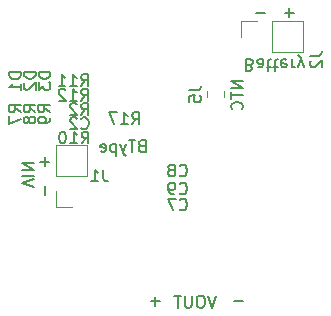
<source format=gbr>
%TF.GenerationSoftware,KiCad,Pcbnew,(5.1.6)-1*%
%TF.CreationDate,2020-10-01T20:51:16-05:00*%
%TF.ProjectId,USB_MP2637,5553425f-4d50-4323-9633-372e6b696361,rev?*%
%TF.SameCoordinates,Original*%
%TF.FileFunction,Legend,Bot*%
%TF.FilePolarity,Positive*%
%FSLAX46Y46*%
G04 Gerber Fmt 4.6, Leading zero omitted, Abs format (unit mm)*
G04 Created by KiCad (PCBNEW (5.1.6)-1) date 2020-10-01 20:51:16*
%MOMM*%
%LPD*%
G01*
G04 APERTURE LIST*
%ADD10C,0.150000*%
%ADD11C,0.120000*%
G04 APERTURE END LIST*
D10*
X120402380Y-127108333D02*
X119402380Y-127108333D01*
X120402380Y-127679761D01*
X119402380Y-127679761D01*
X119402380Y-128013095D02*
X119402380Y-128584523D01*
X120402380Y-128298809D02*
X119402380Y-128298809D01*
X120307142Y-129489285D02*
X120354761Y-129441666D01*
X120402380Y-129298809D01*
X120402380Y-129203571D01*
X120354761Y-129060714D01*
X120259523Y-128965476D01*
X120164285Y-128917857D01*
X119973809Y-128870238D01*
X119830952Y-128870238D01*
X119640476Y-128917857D01*
X119545238Y-128965476D01*
X119450000Y-129060714D01*
X119402380Y-129203571D01*
X119402380Y-129298809D01*
X119450000Y-129441666D01*
X119497619Y-129489285D01*
X111821428Y-132578571D02*
X111678571Y-132626190D01*
X111630952Y-132673809D01*
X111583333Y-132769047D01*
X111583333Y-132911904D01*
X111630952Y-133007142D01*
X111678571Y-133054761D01*
X111773809Y-133102380D01*
X112154761Y-133102380D01*
X112154761Y-132102380D01*
X111821428Y-132102380D01*
X111726190Y-132150000D01*
X111678571Y-132197619D01*
X111630952Y-132292857D01*
X111630952Y-132388095D01*
X111678571Y-132483333D01*
X111726190Y-132530952D01*
X111821428Y-132578571D01*
X112154761Y-132578571D01*
X111297619Y-132102380D02*
X110726190Y-132102380D01*
X111011904Y-133102380D02*
X111011904Y-132102380D01*
X110488095Y-132435714D02*
X110250000Y-133102380D01*
X110011904Y-132435714D02*
X110250000Y-133102380D01*
X110345238Y-133340476D01*
X110392857Y-133388095D01*
X110488095Y-133435714D01*
X109630952Y-132435714D02*
X109630952Y-133435714D01*
X109630952Y-132483333D02*
X109535714Y-132435714D01*
X109345238Y-132435714D01*
X109250000Y-132483333D01*
X109202380Y-132530952D01*
X109154761Y-132626190D01*
X109154761Y-132911904D01*
X109202380Y-133007142D01*
X109250000Y-133054761D01*
X109345238Y-133102380D01*
X109535714Y-133102380D01*
X109630952Y-133054761D01*
X108345238Y-133054761D02*
X108440476Y-133102380D01*
X108630952Y-133102380D01*
X108726190Y-133054761D01*
X108773809Y-132959523D01*
X108773809Y-132578571D01*
X108726190Y-132483333D01*
X108630952Y-132435714D01*
X108440476Y-132435714D01*
X108345238Y-132483333D01*
X108297619Y-132578571D01*
X108297619Y-132673809D01*
X108773809Y-132769047D01*
X119619047Y-145678571D02*
X120380952Y-145678571D01*
X112971428Y-145369047D02*
X112971428Y-146130952D01*
X113352380Y-145750000D02*
X112590476Y-145750000D01*
X118111904Y-145277380D02*
X117778571Y-146277380D01*
X117445238Y-145277380D01*
X116921428Y-145277380D02*
X116730952Y-145277380D01*
X116635714Y-145325000D01*
X116540476Y-145420238D01*
X116492857Y-145610714D01*
X116492857Y-145944047D01*
X116540476Y-146134523D01*
X116635714Y-146229761D01*
X116730952Y-146277380D01*
X116921428Y-146277380D01*
X117016666Y-146229761D01*
X117111904Y-146134523D01*
X117159523Y-145944047D01*
X117159523Y-145610714D01*
X117111904Y-145420238D01*
X117016666Y-145325000D01*
X116921428Y-145277380D01*
X116064285Y-145277380D02*
X116064285Y-146086904D01*
X116016666Y-146182142D01*
X115969047Y-146229761D01*
X115873809Y-146277380D01*
X115683333Y-146277380D01*
X115588095Y-146229761D01*
X115540476Y-146182142D01*
X115492857Y-146086904D01*
X115492857Y-145277380D01*
X115159523Y-145277380D02*
X114588095Y-145277380D01*
X114873809Y-146277380D02*
X114873809Y-145277380D01*
X102672619Y-136095238D02*
X101672619Y-135761904D01*
X102672619Y-135428571D01*
X101672619Y-135095238D02*
X102672619Y-135095238D01*
X101672619Y-134619047D02*
X102672619Y-134619047D01*
X101672619Y-134047619D01*
X102672619Y-134047619D01*
X122230952Y-121371428D02*
X121469047Y-121371428D01*
X124328571Y-121680952D02*
X124328571Y-120919047D01*
X123947619Y-121300000D02*
X124709523Y-121300000D01*
X120978571Y-125771428D02*
X121121428Y-125723809D01*
X121169047Y-125676190D01*
X121216666Y-125580952D01*
X121216666Y-125438095D01*
X121169047Y-125342857D01*
X121121428Y-125295238D01*
X121026190Y-125247619D01*
X120645238Y-125247619D01*
X120645238Y-126247619D01*
X120978571Y-126247619D01*
X121073809Y-126200000D01*
X121121428Y-126152380D01*
X121169047Y-126057142D01*
X121169047Y-125961904D01*
X121121428Y-125866666D01*
X121073809Y-125819047D01*
X120978571Y-125771428D01*
X120645238Y-125771428D01*
X122073809Y-125247619D02*
X122073809Y-125771428D01*
X122026190Y-125866666D01*
X121930952Y-125914285D01*
X121740476Y-125914285D01*
X121645238Y-125866666D01*
X122073809Y-125295238D02*
X121978571Y-125247619D01*
X121740476Y-125247619D01*
X121645238Y-125295238D01*
X121597619Y-125390476D01*
X121597619Y-125485714D01*
X121645238Y-125580952D01*
X121740476Y-125628571D01*
X121978571Y-125628571D01*
X122073809Y-125676190D01*
X122407142Y-125914285D02*
X122788095Y-125914285D01*
X122550000Y-126247619D02*
X122550000Y-125390476D01*
X122597619Y-125295238D01*
X122692857Y-125247619D01*
X122788095Y-125247619D01*
X122978571Y-125914285D02*
X123359523Y-125914285D01*
X123121428Y-126247619D02*
X123121428Y-125390476D01*
X123169047Y-125295238D01*
X123264285Y-125247619D01*
X123359523Y-125247619D01*
X124073809Y-125295238D02*
X123978571Y-125247619D01*
X123788095Y-125247619D01*
X123692857Y-125295238D01*
X123645238Y-125390476D01*
X123645238Y-125771428D01*
X123692857Y-125866666D01*
X123788095Y-125914285D01*
X123978571Y-125914285D01*
X124073809Y-125866666D01*
X124121428Y-125771428D01*
X124121428Y-125676190D01*
X123645238Y-125580952D01*
X124550000Y-125247619D02*
X124550000Y-125914285D01*
X124550000Y-125723809D02*
X124597619Y-125819047D01*
X124645238Y-125866666D01*
X124740476Y-125914285D01*
X124835714Y-125914285D01*
X125073809Y-125914285D02*
X125311904Y-125247619D01*
X125550000Y-125914285D02*
X125311904Y-125247619D01*
X125216666Y-125009523D01*
X125169047Y-124961904D01*
X125073809Y-124914285D01*
X103628571Y-136780952D02*
X103628571Y-136019047D01*
X103244047Y-133928571D02*
X104005952Y-133928571D01*
X103625000Y-133547619D02*
X103625000Y-134309523D01*
D11*
%TO.C,J5*%
X117390000Y-128483578D02*
X117390000Y-127966422D01*
X118810000Y-128483578D02*
X118810000Y-127966422D01*
%TO.C,J2*%
X125470000Y-122020000D02*
X125470000Y-124680000D01*
X122870000Y-122020000D02*
X125470000Y-122020000D01*
X122870000Y-124680000D02*
X125470000Y-124680000D01*
X122870000Y-122020000D02*
X122870000Y-124680000D01*
X121600000Y-122020000D02*
X120270000Y-122020000D01*
X120270000Y-122020000D02*
X120270000Y-123350000D01*
%TO.C,J1*%
X104570000Y-132530000D02*
X107230000Y-132530000D01*
X104570000Y-135130000D02*
X104570000Y-132530000D01*
X107230000Y-135130000D02*
X107230000Y-132530000D01*
X104570000Y-135130000D02*
X107230000Y-135130000D01*
X104570000Y-136400000D02*
X104570000Y-137730000D01*
X104570000Y-137730000D02*
X105900000Y-137730000D01*
%TO.C,J5*%
D10*
X115852380Y-127891666D02*
X116566666Y-127891666D01*
X116709523Y-127844047D01*
X116804761Y-127748809D01*
X116852380Y-127605952D01*
X116852380Y-127510714D01*
X115852380Y-128844047D02*
X115852380Y-128367857D01*
X116328571Y-128320238D01*
X116280952Y-128367857D01*
X116233333Y-128463095D01*
X116233333Y-128701190D01*
X116280952Y-128796428D01*
X116328571Y-128844047D01*
X116423809Y-128891666D01*
X116661904Y-128891666D01*
X116757142Y-128844047D01*
X116804761Y-128796428D01*
X116852380Y-128701190D01*
X116852380Y-128463095D01*
X116804761Y-128367857D01*
X116757142Y-128320238D01*
%TO.C,D3*%
X104102380Y-126311904D02*
X103102380Y-126311904D01*
X103102380Y-126550000D01*
X103150000Y-126692857D01*
X103245238Y-126788095D01*
X103340476Y-126835714D01*
X103530952Y-126883333D01*
X103673809Y-126883333D01*
X103864285Y-126835714D01*
X103959523Y-126788095D01*
X104054761Y-126692857D01*
X104102380Y-126550000D01*
X104102380Y-126311904D01*
X103102380Y-127216666D02*
X103102380Y-127835714D01*
X103483333Y-127502380D01*
X103483333Y-127645238D01*
X103530952Y-127740476D01*
X103578571Y-127788095D01*
X103673809Y-127835714D01*
X103911904Y-127835714D01*
X104007142Y-127788095D01*
X104054761Y-127740476D01*
X104102380Y-127645238D01*
X104102380Y-127359523D01*
X104054761Y-127264285D01*
X104007142Y-127216666D01*
%TO.C,D2*%
X102852380Y-126311904D02*
X101852380Y-126311904D01*
X101852380Y-126550000D01*
X101900000Y-126692857D01*
X101995238Y-126788095D01*
X102090476Y-126835714D01*
X102280952Y-126883333D01*
X102423809Y-126883333D01*
X102614285Y-126835714D01*
X102709523Y-126788095D01*
X102804761Y-126692857D01*
X102852380Y-126550000D01*
X102852380Y-126311904D01*
X101947619Y-127264285D02*
X101900000Y-127311904D01*
X101852380Y-127407142D01*
X101852380Y-127645238D01*
X101900000Y-127740476D01*
X101947619Y-127788095D01*
X102042857Y-127835714D01*
X102138095Y-127835714D01*
X102280952Y-127788095D01*
X102852380Y-127216666D01*
X102852380Y-127835714D01*
%TO.C,D1*%
X101602380Y-126361904D02*
X100602380Y-126361904D01*
X100602380Y-126600000D01*
X100650000Y-126742857D01*
X100745238Y-126838095D01*
X100840476Y-126885714D01*
X101030952Y-126933333D01*
X101173809Y-126933333D01*
X101364285Y-126885714D01*
X101459523Y-126838095D01*
X101554761Y-126742857D01*
X101602380Y-126600000D01*
X101602380Y-126361904D01*
X101602380Y-127885714D02*
X101602380Y-127314285D01*
X101602380Y-127600000D02*
X100602380Y-127600000D01*
X100745238Y-127504761D01*
X100840476Y-127409523D01*
X100888095Y-127314285D01*
%TO.C,R17*%
X111017857Y-130752380D02*
X111351190Y-130276190D01*
X111589285Y-130752380D02*
X111589285Y-129752380D01*
X111208333Y-129752380D01*
X111113095Y-129800000D01*
X111065476Y-129847619D01*
X111017857Y-129942857D01*
X111017857Y-130085714D01*
X111065476Y-130180952D01*
X111113095Y-130228571D01*
X111208333Y-130276190D01*
X111589285Y-130276190D01*
X110065476Y-130752380D02*
X110636904Y-130752380D01*
X110351190Y-130752380D02*
X110351190Y-129752380D01*
X110446428Y-129895238D01*
X110541666Y-129990476D01*
X110636904Y-130038095D01*
X109732142Y-129752380D02*
X109065476Y-129752380D01*
X109494047Y-130752380D01*
%TO.C,J2*%
X126102380Y-124941666D02*
X126816666Y-124941666D01*
X126959523Y-124894047D01*
X127054761Y-124798809D01*
X127102380Y-124655952D01*
X127102380Y-124560714D01*
X126197619Y-125370238D02*
X126150000Y-125417857D01*
X126102380Y-125513095D01*
X126102380Y-125751190D01*
X126150000Y-125846428D01*
X126197619Y-125894047D01*
X126292857Y-125941666D01*
X126388095Y-125941666D01*
X126530952Y-125894047D01*
X127102380Y-125322619D01*
X127102380Y-125941666D01*
%TO.C,C2*%
X106716666Y-131082142D02*
X106764285Y-131129761D01*
X106907142Y-131177380D01*
X107002380Y-131177380D01*
X107145238Y-131129761D01*
X107240476Y-131034523D01*
X107288095Y-130939285D01*
X107335714Y-130748809D01*
X107335714Y-130605952D01*
X107288095Y-130415476D01*
X107240476Y-130320238D01*
X107145238Y-130225000D01*
X107002380Y-130177380D01*
X106907142Y-130177380D01*
X106764285Y-130225000D01*
X106716666Y-130272619D01*
X106335714Y-130272619D02*
X106288095Y-130225000D01*
X106192857Y-130177380D01*
X105954761Y-130177380D01*
X105859523Y-130225000D01*
X105811904Y-130272619D01*
X105764285Y-130367857D01*
X105764285Y-130463095D01*
X105811904Y-130605952D01*
X106383333Y-131177380D01*
X105764285Y-131177380D01*
%TO.C,R12*%
X106692857Y-128752380D02*
X107026190Y-128276190D01*
X107264285Y-128752380D02*
X107264285Y-127752380D01*
X106883333Y-127752380D01*
X106788095Y-127800000D01*
X106740476Y-127847619D01*
X106692857Y-127942857D01*
X106692857Y-128085714D01*
X106740476Y-128180952D01*
X106788095Y-128228571D01*
X106883333Y-128276190D01*
X107264285Y-128276190D01*
X105740476Y-128752380D02*
X106311904Y-128752380D01*
X106026190Y-128752380D02*
X106026190Y-127752380D01*
X106121428Y-127895238D01*
X106216666Y-127990476D01*
X106311904Y-128038095D01*
X105359523Y-127847619D02*
X105311904Y-127800000D01*
X105216666Y-127752380D01*
X104978571Y-127752380D01*
X104883333Y-127800000D01*
X104835714Y-127847619D01*
X104788095Y-127942857D01*
X104788095Y-128038095D01*
X104835714Y-128180952D01*
X105407142Y-128752380D01*
X104788095Y-128752380D01*
%TO.C,R11*%
X106692857Y-127527380D02*
X107026190Y-127051190D01*
X107264285Y-127527380D02*
X107264285Y-126527380D01*
X106883333Y-126527380D01*
X106788095Y-126575000D01*
X106740476Y-126622619D01*
X106692857Y-126717857D01*
X106692857Y-126860714D01*
X106740476Y-126955952D01*
X106788095Y-127003571D01*
X106883333Y-127051190D01*
X107264285Y-127051190D01*
X105740476Y-127527380D02*
X106311904Y-127527380D01*
X106026190Y-127527380D02*
X106026190Y-126527380D01*
X106121428Y-126670238D01*
X106216666Y-126765476D01*
X106311904Y-126813095D01*
X104788095Y-127527380D02*
X105359523Y-127527380D01*
X105073809Y-127527380D02*
X105073809Y-126527380D01*
X105169047Y-126670238D01*
X105264285Y-126765476D01*
X105359523Y-126813095D01*
%TO.C,R10*%
X106742857Y-132377380D02*
X107076190Y-131901190D01*
X107314285Y-132377380D02*
X107314285Y-131377380D01*
X106933333Y-131377380D01*
X106838095Y-131425000D01*
X106790476Y-131472619D01*
X106742857Y-131567857D01*
X106742857Y-131710714D01*
X106790476Y-131805952D01*
X106838095Y-131853571D01*
X106933333Y-131901190D01*
X107314285Y-131901190D01*
X105790476Y-132377380D02*
X106361904Y-132377380D01*
X106076190Y-132377380D02*
X106076190Y-131377380D01*
X106171428Y-131520238D01*
X106266666Y-131615476D01*
X106361904Y-131663095D01*
X105171428Y-131377380D02*
X105076190Y-131377380D01*
X104980952Y-131425000D01*
X104933333Y-131472619D01*
X104885714Y-131567857D01*
X104838095Y-131758333D01*
X104838095Y-131996428D01*
X104885714Y-132186904D01*
X104933333Y-132282142D01*
X104980952Y-132329761D01*
X105076190Y-132377380D01*
X105171428Y-132377380D01*
X105266666Y-132329761D01*
X105314285Y-132282142D01*
X105361904Y-132186904D01*
X105409523Y-131996428D01*
X105409523Y-131758333D01*
X105361904Y-131567857D01*
X105314285Y-131472619D01*
X105266666Y-131425000D01*
X105171428Y-131377380D01*
%TO.C,R9*%
X104077380Y-129733333D02*
X103601190Y-129400000D01*
X104077380Y-129161904D02*
X103077380Y-129161904D01*
X103077380Y-129542857D01*
X103125000Y-129638095D01*
X103172619Y-129685714D01*
X103267857Y-129733333D01*
X103410714Y-129733333D01*
X103505952Y-129685714D01*
X103553571Y-129638095D01*
X103601190Y-129542857D01*
X103601190Y-129161904D01*
X104077380Y-130209523D02*
X104077380Y-130400000D01*
X104029761Y-130495238D01*
X103982142Y-130542857D01*
X103839285Y-130638095D01*
X103648809Y-130685714D01*
X103267857Y-130685714D01*
X103172619Y-130638095D01*
X103125000Y-130590476D01*
X103077380Y-130495238D01*
X103077380Y-130304761D01*
X103125000Y-130209523D01*
X103172619Y-130161904D01*
X103267857Y-130114285D01*
X103505952Y-130114285D01*
X103601190Y-130161904D01*
X103648809Y-130209523D01*
X103696428Y-130304761D01*
X103696428Y-130495238D01*
X103648809Y-130590476D01*
X103601190Y-130638095D01*
X103505952Y-130685714D01*
%TO.C,R8*%
X102827380Y-129733333D02*
X102351190Y-129400000D01*
X102827380Y-129161904D02*
X101827380Y-129161904D01*
X101827380Y-129542857D01*
X101875000Y-129638095D01*
X101922619Y-129685714D01*
X102017857Y-129733333D01*
X102160714Y-129733333D01*
X102255952Y-129685714D01*
X102303571Y-129638095D01*
X102351190Y-129542857D01*
X102351190Y-129161904D01*
X102255952Y-130304761D02*
X102208333Y-130209523D01*
X102160714Y-130161904D01*
X102065476Y-130114285D01*
X102017857Y-130114285D01*
X101922619Y-130161904D01*
X101875000Y-130209523D01*
X101827380Y-130304761D01*
X101827380Y-130495238D01*
X101875000Y-130590476D01*
X101922619Y-130638095D01*
X102017857Y-130685714D01*
X102065476Y-130685714D01*
X102160714Y-130638095D01*
X102208333Y-130590476D01*
X102255952Y-130495238D01*
X102255952Y-130304761D01*
X102303571Y-130209523D01*
X102351190Y-130161904D01*
X102446428Y-130114285D01*
X102636904Y-130114285D01*
X102732142Y-130161904D01*
X102779761Y-130209523D01*
X102827380Y-130304761D01*
X102827380Y-130495238D01*
X102779761Y-130590476D01*
X102732142Y-130638095D01*
X102636904Y-130685714D01*
X102446428Y-130685714D01*
X102351190Y-130638095D01*
X102303571Y-130590476D01*
X102255952Y-130495238D01*
%TO.C,R7*%
X101577380Y-129733333D02*
X101101190Y-129400000D01*
X101577380Y-129161904D02*
X100577380Y-129161904D01*
X100577380Y-129542857D01*
X100625000Y-129638095D01*
X100672619Y-129685714D01*
X100767857Y-129733333D01*
X100910714Y-129733333D01*
X101005952Y-129685714D01*
X101053571Y-129638095D01*
X101101190Y-129542857D01*
X101101190Y-129161904D01*
X100577380Y-130066666D02*
X100577380Y-130733333D01*
X101577380Y-130304761D01*
%TO.C,R2*%
X106716666Y-129977380D02*
X107050000Y-129501190D01*
X107288095Y-129977380D02*
X107288095Y-128977380D01*
X106907142Y-128977380D01*
X106811904Y-129025000D01*
X106764285Y-129072619D01*
X106716666Y-129167857D01*
X106716666Y-129310714D01*
X106764285Y-129405952D01*
X106811904Y-129453571D01*
X106907142Y-129501190D01*
X107288095Y-129501190D01*
X106335714Y-129072619D02*
X106288095Y-129025000D01*
X106192857Y-128977380D01*
X105954761Y-128977380D01*
X105859523Y-129025000D01*
X105811904Y-129072619D01*
X105764285Y-129167857D01*
X105764285Y-129263095D01*
X105811904Y-129405952D01*
X106383333Y-129977380D01*
X105764285Y-129977380D01*
%TO.C,J1*%
X108558333Y-134602380D02*
X108558333Y-135316666D01*
X108605952Y-135459523D01*
X108701190Y-135554761D01*
X108844047Y-135602380D01*
X108939285Y-135602380D01*
X107558333Y-135602380D02*
X108129761Y-135602380D01*
X107844047Y-135602380D02*
X107844047Y-134602380D01*
X107939285Y-134745238D01*
X108034523Y-134840476D01*
X108129761Y-134888095D01*
%TO.C,C9*%
X115041666Y-136607142D02*
X115089285Y-136654761D01*
X115232142Y-136702380D01*
X115327380Y-136702380D01*
X115470238Y-136654761D01*
X115565476Y-136559523D01*
X115613095Y-136464285D01*
X115660714Y-136273809D01*
X115660714Y-136130952D01*
X115613095Y-135940476D01*
X115565476Y-135845238D01*
X115470238Y-135750000D01*
X115327380Y-135702380D01*
X115232142Y-135702380D01*
X115089285Y-135750000D01*
X115041666Y-135797619D01*
X114565476Y-136702380D02*
X114375000Y-136702380D01*
X114279761Y-136654761D01*
X114232142Y-136607142D01*
X114136904Y-136464285D01*
X114089285Y-136273809D01*
X114089285Y-135892857D01*
X114136904Y-135797619D01*
X114184523Y-135750000D01*
X114279761Y-135702380D01*
X114470238Y-135702380D01*
X114565476Y-135750000D01*
X114613095Y-135797619D01*
X114660714Y-135892857D01*
X114660714Y-136130952D01*
X114613095Y-136226190D01*
X114565476Y-136273809D01*
X114470238Y-136321428D01*
X114279761Y-136321428D01*
X114184523Y-136273809D01*
X114136904Y-136226190D01*
X114089285Y-136130952D01*
%TO.C,C8*%
X115041666Y-135082142D02*
X115089285Y-135129761D01*
X115232142Y-135177380D01*
X115327380Y-135177380D01*
X115470238Y-135129761D01*
X115565476Y-135034523D01*
X115613095Y-134939285D01*
X115660714Y-134748809D01*
X115660714Y-134605952D01*
X115613095Y-134415476D01*
X115565476Y-134320238D01*
X115470238Y-134225000D01*
X115327380Y-134177380D01*
X115232142Y-134177380D01*
X115089285Y-134225000D01*
X115041666Y-134272619D01*
X114470238Y-134605952D02*
X114565476Y-134558333D01*
X114613095Y-134510714D01*
X114660714Y-134415476D01*
X114660714Y-134367857D01*
X114613095Y-134272619D01*
X114565476Y-134225000D01*
X114470238Y-134177380D01*
X114279761Y-134177380D01*
X114184523Y-134225000D01*
X114136904Y-134272619D01*
X114089285Y-134367857D01*
X114089285Y-134415476D01*
X114136904Y-134510714D01*
X114184523Y-134558333D01*
X114279761Y-134605952D01*
X114470238Y-134605952D01*
X114565476Y-134653571D01*
X114613095Y-134701190D01*
X114660714Y-134796428D01*
X114660714Y-134986904D01*
X114613095Y-135082142D01*
X114565476Y-135129761D01*
X114470238Y-135177380D01*
X114279761Y-135177380D01*
X114184523Y-135129761D01*
X114136904Y-135082142D01*
X114089285Y-134986904D01*
X114089285Y-134796428D01*
X114136904Y-134701190D01*
X114184523Y-134653571D01*
X114279761Y-134605952D01*
%TO.C,C7*%
X115041666Y-137957142D02*
X115089285Y-138004761D01*
X115232142Y-138052380D01*
X115327380Y-138052380D01*
X115470238Y-138004761D01*
X115565476Y-137909523D01*
X115613095Y-137814285D01*
X115660714Y-137623809D01*
X115660714Y-137480952D01*
X115613095Y-137290476D01*
X115565476Y-137195238D01*
X115470238Y-137100000D01*
X115327380Y-137052380D01*
X115232142Y-137052380D01*
X115089285Y-137100000D01*
X115041666Y-137147619D01*
X114708333Y-137052380D02*
X114041666Y-137052380D01*
X114470238Y-138052380D01*
%TD*%
M02*

</source>
